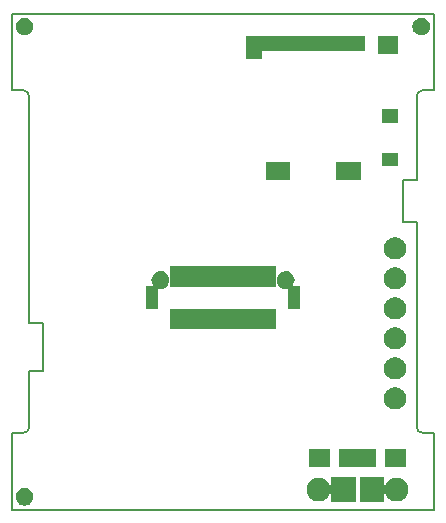
<source format=gbr>
%TF.GenerationSoftware,KiCad,Pcbnew,5.0.2-bee76a0~70~ubuntu18.04.1*%
%TF.CreationDate,2020-02-29T17:30:31-08:00*%
%TF.ProjectId,base,62617365-2e6b-4696-9361-645f70636258,rev?*%
%TF.SameCoordinates,Original*%
%TF.FileFunction,Soldermask,Bot*%
%TF.FilePolarity,Negative*%
%FSLAX46Y46*%
G04 Gerber Fmt 4.6, Leading zero omitted, Abs format (unit mm)*
G04 Created by KiCad (PCBNEW 5.0.2-bee76a0~70~ubuntu18.04.1) date Sat 29 Feb 2020 05:30:31 PM PST*
%MOMM*%
%LPD*%
G01*
G04 APERTURE LIST*
%ADD10C,0.150000*%
%ADD11C,0.100000*%
G04 APERTURE END LIST*
D10*
X131000500Y-114280540D02*
X131000500Y-118280540D01*
X162651441Y-102162541D02*
X162651441Y-95050541D01*
X161502382Y-105714800D02*
X162651441Y-105714800D01*
X161502382Y-102162541D02*
X162651441Y-102162541D01*
X129851441Y-123050540D02*
G75*
G02X129351441Y-123550540I-500000J0D01*
G01*
X129351441Y-94550541D02*
G75*
G02X129851441Y-95050541I0J-500000D01*
G01*
X162651441Y-95050541D02*
G75*
G02X163151441Y-94550541I500000J0D01*
G01*
X163151441Y-123550540D02*
G75*
G02X162651441Y-123050540I0J500000D01*
G01*
X128351441Y-88050540D02*
X128351441Y-94550540D01*
X163151441Y-94550541D02*
X164151441Y-94550540D01*
X162651441Y-123050540D02*
X162651441Y-105714800D01*
X164151441Y-123550540D02*
X163151441Y-123550540D01*
X164151441Y-94550540D02*
X164151440Y-88050541D01*
X129851441Y-95050541D02*
X129851441Y-114280540D01*
X128351441Y-94550540D02*
X129351441Y-94550541D01*
X128351441Y-130050540D02*
X162651440Y-130050540D01*
X129851441Y-114280540D02*
X131000500Y-114280540D01*
X161502382Y-102162541D02*
X161502382Y-105714800D01*
X162651440Y-88050540D02*
X128351441Y-88050540D01*
X131000500Y-118280540D02*
X129851441Y-118280540D01*
X128351441Y-123550540D02*
X128351441Y-130050540D01*
X129351441Y-123550540D02*
X128351441Y-123550540D01*
X129851441Y-118280540D02*
X129851441Y-123050540D01*
X162651440Y-130050540D02*
X164151440Y-130050540D01*
X164151440Y-88050541D02*
X162651440Y-88050540D01*
X164151440Y-130050540D02*
X164151441Y-123550540D01*
D11*
G36*
X152313700Y-110612800D02*
X152287735Y-110810020D01*
X152211611Y-110993800D01*
X152090515Y-111151615D01*
X151932700Y-111272711D01*
X151748920Y-111348835D01*
X151551700Y-111374800D01*
X151354480Y-111348835D01*
X151170700Y-111272711D01*
X151012885Y-111151615D01*
X150891789Y-110993800D01*
X150815665Y-110810020D01*
X150789700Y-110612800D01*
X150815665Y-110415580D01*
X150891789Y-110231800D01*
X151012885Y-110073985D01*
X151170700Y-109952889D01*
X151551700Y-109850800D01*
X151748920Y-109876765D01*
X151932700Y-109952889D01*
X152090515Y-110073985D01*
X152211611Y-110231800D01*
X152287735Y-110415580D01*
X152313700Y-110612800D01*
G37*
G36*
X141712500Y-110612800D02*
X141686535Y-110810020D01*
X141610411Y-110993800D01*
X141489315Y-111151615D01*
X141331500Y-111272711D01*
X141147720Y-111348835D01*
X140950500Y-111374800D01*
X140753280Y-111348835D01*
X140569500Y-111272711D01*
X140411685Y-111151615D01*
X140290589Y-110993800D01*
X140214465Y-110810020D01*
X140188500Y-110612800D01*
X140214465Y-110415580D01*
X140290589Y-110231800D01*
X140411685Y-110073985D01*
X140569500Y-109952889D01*
X140950500Y-109850800D01*
X141147720Y-109876765D01*
X141331500Y-109952889D01*
X141489315Y-110073985D01*
X141610411Y-110231800D01*
X141686535Y-110415580D01*
X141712500Y-110612800D01*
G37*
G36*
X129668767Y-128228822D02*
X129805258Y-128285359D01*
X129928097Y-128367437D01*
X130032563Y-128471903D01*
X130114641Y-128594742D01*
X130171178Y-128731233D01*
X130200000Y-128876131D01*
X130200000Y-129023869D01*
X130171178Y-129168767D01*
X130114641Y-129305258D01*
X130032563Y-129428097D01*
X129928097Y-129532563D01*
X129805258Y-129614641D01*
X129668767Y-129671178D01*
X129523869Y-129700000D01*
X129376131Y-129700000D01*
X129231233Y-129671178D01*
X129094742Y-129614641D01*
X128971903Y-129532563D01*
X128867437Y-129428097D01*
X128785359Y-129305258D01*
X128728822Y-129168767D01*
X128700000Y-129023869D01*
X128700000Y-128876131D01*
X128728822Y-128731233D01*
X128785359Y-128594742D01*
X128867437Y-128471903D01*
X128971903Y-128367437D01*
X129094742Y-128285359D01*
X129231233Y-128228822D01*
X129376131Y-128200000D01*
X129523869Y-128200000D01*
X129668767Y-128228822D01*
X129668767Y-128228822D01*
G37*
G36*
X157476200Y-129365200D02*
X155423800Y-129365200D01*
X155423800Y-128626466D01*
X155422849Y-128616809D01*
X155420032Y-128607523D01*
X155415458Y-128598965D01*
X155409302Y-128591464D01*
X155401801Y-128585308D01*
X155393243Y-128580734D01*
X155383957Y-128577917D01*
X155374300Y-128576966D01*
X155364643Y-128577917D01*
X155355357Y-128580734D01*
X155346799Y-128585308D01*
X155339298Y-128591464D01*
X155333142Y-128598965D01*
X155328568Y-128607523D01*
X155325751Y-128616809D01*
X155322340Y-128633956D01*
X155246114Y-128817983D01*
X155135451Y-128983603D01*
X154994603Y-129124451D01*
X154828983Y-129235114D01*
X154706298Y-129285931D01*
X154644957Y-129311340D01*
X154547275Y-129330770D01*
X154449595Y-129350200D01*
X154250405Y-129350200D01*
X154152725Y-129330770D01*
X154055043Y-129311340D01*
X153993702Y-129285931D01*
X153871017Y-129235114D01*
X153705397Y-129124451D01*
X153564549Y-128983603D01*
X153453886Y-128817983D01*
X153377660Y-128633956D01*
X153338800Y-128438595D01*
X153338800Y-128239405D01*
X153377660Y-128044044D01*
X153453886Y-127860017D01*
X153564549Y-127694397D01*
X153705397Y-127553549D01*
X153871017Y-127442886D01*
X153993702Y-127392069D01*
X154055043Y-127366660D01*
X154152725Y-127347230D01*
X154250405Y-127327800D01*
X154449595Y-127327800D01*
X154547275Y-127347230D01*
X154644957Y-127366660D01*
X154706298Y-127392069D01*
X154828983Y-127442886D01*
X154994603Y-127553549D01*
X155135451Y-127694397D01*
X155246114Y-127860017D01*
X155296931Y-127982702D01*
X155322340Y-128044043D01*
X155325751Y-128061191D01*
X155328568Y-128070477D01*
X155333142Y-128079035D01*
X155339298Y-128086536D01*
X155346799Y-128092692D01*
X155355357Y-128097266D01*
X155364643Y-128100083D01*
X155374300Y-128101034D01*
X155383957Y-128100083D01*
X155393243Y-128097266D01*
X155401801Y-128092692D01*
X155409302Y-128086536D01*
X155415458Y-128079035D01*
X155420032Y-128070477D01*
X155422849Y-128061191D01*
X155423800Y-128051534D01*
X155423800Y-127312800D01*
X157476200Y-127312800D01*
X157476200Y-129365200D01*
X157476200Y-129365200D01*
G37*
G36*
X159876200Y-128051534D02*
X159877151Y-128061191D01*
X159879968Y-128070477D01*
X159884542Y-128079035D01*
X159890698Y-128086536D01*
X159898199Y-128092692D01*
X159906757Y-128097266D01*
X159916043Y-128100083D01*
X159925700Y-128101034D01*
X159935357Y-128100083D01*
X159944643Y-128097266D01*
X159953201Y-128092692D01*
X159960702Y-128086536D01*
X159966858Y-128079035D01*
X159971432Y-128070477D01*
X159974249Y-128061191D01*
X159977660Y-128044043D01*
X160003069Y-127982702D01*
X160053886Y-127860017D01*
X160164549Y-127694397D01*
X160305397Y-127553549D01*
X160471017Y-127442886D01*
X160593702Y-127392069D01*
X160655043Y-127366660D01*
X160752725Y-127347230D01*
X160850405Y-127327800D01*
X161049595Y-127327800D01*
X161147275Y-127347230D01*
X161244957Y-127366660D01*
X161306298Y-127392069D01*
X161428983Y-127442886D01*
X161594603Y-127553549D01*
X161735451Y-127694397D01*
X161846114Y-127860017D01*
X161922340Y-128044044D01*
X161961200Y-128239405D01*
X161961200Y-128438595D01*
X161922340Y-128633956D01*
X161846114Y-128817983D01*
X161735451Y-128983603D01*
X161594603Y-129124451D01*
X161428983Y-129235114D01*
X161306298Y-129285931D01*
X161244957Y-129311340D01*
X161147275Y-129330770D01*
X161049595Y-129350200D01*
X160850405Y-129350200D01*
X160752725Y-129330770D01*
X160655043Y-129311340D01*
X160593702Y-129285931D01*
X160471017Y-129235114D01*
X160305397Y-129124451D01*
X160164549Y-128983603D01*
X160053886Y-128817983D01*
X159977660Y-128633956D01*
X159974249Y-128616809D01*
X159971432Y-128607523D01*
X159966858Y-128598965D01*
X159960702Y-128591464D01*
X159953201Y-128585308D01*
X159944643Y-128580734D01*
X159935357Y-128577917D01*
X159925700Y-128576966D01*
X159916043Y-128577917D01*
X159906757Y-128580734D01*
X159898199Y-128585308D01*
X159890698Y-128591464D01*
X159884542Y-128598965D01*
X159879968Y-128607523D01*
X159877151Y-128616809D01*
X159876200Y-128626466D01*
X159876200Y-129365200D01*
X157823800Y-129365200D01*
X157823800Y-127312800D01*
X159876200Y-127312800D01*
X159876200Y-128051534D01*
X159876200Y-128051534D01*
G37*
G36*
X161726200Y-126440200D02*
X159973800Y-126440200D01*
X159973800Y-124887800D01*
X161726200Y-124887800D01*
X161726200Y-126440200D01*
X161726200Y-126440200D01*
G37*
G36*
X155326200Y-126440200D02*
X153573800Y-126440200D01*
X153573800Y-124887800D01*
X155326200Y-124887800D01*
X155326200Y-126440200D01*
X155326200Y-126440200D01*
G37*
G36*
X159226200Y-126415200D02*
X156073800Y-126415200D01*
X156073800Y-124912800D01*
X159226200Y-124912800D01*
X159226200Y-126415200D01*
X159226200Y-126415200D01*
G37*
G36*
X161094230Y-119720916D02*
X161151240Y-119744531D01*
X161265262Y-119791760D01*
X161367879Y-119860327D01*
X161419188Y-119894610D01*
X161550090Y-120025512D01*
X161584373Y-120076821D01*
X161652940Y-120179438D01*
X161723784Y-120350471D01*
X161759900Y-120532038D01*
X161759900Y-120717162D01*
X161723784Y-120898729D01*
X161652940Y-121069762D01*
X161584373Y-121172379D01*
X161550090Y-121223688D01*
X161419188Y-121354590D01*
X161367879Y-121388873D01*
X161265262Y-121457440D01*
X161151240Y-121504669D01*
X161094230Y-121528284D01*
X160912662Y-121564400D01*
X160727538Y-121564400D01*
X160545970Y-121528284D01*
X160488960Y-121504669D01*
X160374938Y-121457440D01*
X160272321Y-121388873D01*
X160221012Y-121354590D01*
X160090110Y-121223688D01*
X160055827Y-121172379D01*
X159987260Y-121069762D01*
X159916416Y-120898729D01*
X159880300Y-120717162D01*
X159880300Y-120532038D01*
X159916416Y-120350471D01*
X159987260Y-120179438D01*
X160055827Y-120076821D01*
X160090110Y-120025512D01*
X160221012Y-119894610D01*
X160272321Y-119860327D01*
X160374938Y-119791760D01*
X160488960Y-119744531D01*
X160545970Y-119720916D01*
X160727538Y-119684800D01*
X160912662Y-119684800D01*
X161094230Y-119720916D01*
X161094230Y-119720916D01*
G37*
G36*
X161094230Y-117180916D02*
X161151240Y-117204531D01*
X161265262Y-117251760D01*
X161367879Y-117320327D01*
X161419188Y-117354610D01*
X161550090Y-117485512D01*
X161584373Y-117536821D01*
X161652940Y-117639438D01*
X161723784Y-117810471D01*
X161759900Y-117992038D01*
X161759900Y-118177162D01*
X161723784Y-118358729D01*
X161652940Y-118529762D01*
X161584373Y-118632379D01*
X161550090Y-118683688D01*
X161419188Y-118814590D01*
X161367879Y-118848873D01*
X161265262Y-118917440D01*
X161151240Y-118964669D01*
X161094230Y-118988284D01*
X160912662Y-119024400D01*
X160727538Y-119024400D01*
X160545970Y-118988284D01*
X160488960Y-118964669D01*
X160374938Y-118917440D01*
X160272321Y-118848873D01*
X160221012Y-118814590D01*
X160090110Y-118683688D01*
X160055827Y-118632379D01*
X159987260Y-118529762D01*
X159916416Y-118358729D01*
X159880300Y-118177162D01*
X159880300Y-117992038D01*
X159916416Y-117810471D01*
X159987260Y-117639438D01*
X160055827Y-117536821D01*
X160090110Y-117485512D01*
X160221012Y-117354610D01*
X160272321Y-117320327D01*
X160374938Y-117251760D01*
X160488960Y-117204531D01*
X160545970Y-117180916D01*
X160727538Y-117144800D01*
X160912662Y-117144800D01*
X161094230Y-117180916D01*
X161094230Y-117180916D01*
G37*
G36*
X161094230Y-114640916D02*
X161151240Y-114664531D01*
X161265262Y-114711760D01*
X161367879Y-114780327D01*
X161419188Y-114814610D01*
X161550090Y-114945512D01*
X161584373Y-114996821D01*
X161652940Y-115099438D01*
X161723784Y-115270471D01*
X161759900Y-115452038D01*
X161759900Y-115637162D01*
X161723784Y-115818729D01*
X161652940Y-115989762D01*
X161584373Y-116092379D01*
X161550090Y-116143688D01*
X161419188Y-116274590D01*
X161367879Y-116308873D01*
X161265262Y-116377440D01*
X161151240Y-116424669D01*
X161094230Y-116448284D01*
X160912662Y-116484400D01*
X160727538Y-116484400D01*
X160545970Y-116448284D01*
X160488960Y-116424669D01*
X160374938Y-116377440D01*
X160272321Y-116308873D01*
X160221012Y-116274590D01*
X160090110Y-116143688D01*
X160055827Y-116092379D01*
X159987260Y-115989762D01*
X159916416Y-115818729D01*
X159880300Y-115637162D01*
X159880300Y-115452038D01*
X159916416Y-115270471D01*
X159987260Y-115099438D01*
X160055827Y-114996821D01*
X160090110Y-114945512D01*
X160221012Y-114814610D01*
X160272321Y-114780327D01*
X160374938Y-114711760D01*
X160488960Y-114664531D01*
X160545970Y-114640916D01*
X160727538Y-114604800D01*
X160912662Y-114604800D01*
X161094230Y-114640916D01*
X161094230Y-114640916D01*
G37*
G36*
X150727300Y-114787700D02*
X141774900Y-114787700D01*
X141774900Y-113035300D01*
X150727300Y-113035300D01*
X150727300Y-114787700D01*
X150727300Y-114787700D01*
G37*
G36*
X161094230Y-112100916D02*
X161151240Y-112124531D01*
X161265262Y-112171760D01*
X161367879Y-112240327D01*
X161419188Y-112274610D01*
X161550090Y-112405512D01*
X161584373Y-112456821D01*
X161652940Y-112559438D01*
X161723784Y-112730471D01*
X161759900Y-112912038D01*
X161759900Y-113097162D01*
X161723784Y-113278729D01*
X161652940Y-113449762D01*
X161584373Y-113552379D01*
X161550090Y-113603688D01*
X161419188Y-113734590D01*
X161367879Y-113768873D01*
X161265262Y-113837440D01*
X161151240Y-113884669D01*
X161094230Y-113908284D01*
X160912662Y-113944400D01*
X160727538Y-113944400D01*
X160545970Y-113908284D01*
X160488960Y-113884669D01*
X160374938Y-113837440D01*
X160272321Y-113768873D01*
X160221012Y-113734590D01*
X160090110Y-113603688D01*
X160055827Y-113552379D01*
X159987260Y-113449762D01*
X159916416Y-113278729D01*
X159880300Y-113097162D01*
X159880300Y-112912038D01*
X159916416Y-112730471D01*
X159987260Y-112559438D01*
X160055827Y-112456821D01*
X160090110Y-112405512D01*
X160221012Y-112274610D01*
X160272321Y-112240327D01*
X160374938Y-112171760D01*
X160488960Y-112124531D01*
X160545970Y-112100916D01*
X160727538Y-112064800D01*
X160912662Y-112064800D01*
X161094230Y-112100916D01*
X161094230Y-112100916D01*
G37*
G36*
X140777300Y-113087600D02*
X139724900Y-113087600D01*
X139724900Y-111135200D01*
X140777300Y-111135200D01*
X140777300Y-113087600D01*
X140777300Y-113087600D01*
G37*
G36*
X152777300Y-113087600D02*
X151724900Y-113087600D01*
X151724900Y-111135200D01*
X152777300Y-111135200D01*
X152777300Y-113087600D01*
X152777300Y-113087600D01*
G37*
G36*
X161094230Y-109560916D02*
X161151240Y-109584531D01*
X161265262Y-109631760D01*
X161367879Y-109700327D01*
X161419188Y-109734610D01*
X161550090Y-109865512D01*
X161584373Y-109916821D01*
X161652940Y-110019438D01*
X161723784Y-110190471D01*
X161759900Y-110372038D01*
X161759900Y-110557162D01*
X161723784Y-110738729D01*
X161652940Y-110909762D01*
X161584373Y-111012379D01*
X161550090Y-111063688D01*
X161419188Y-111194590D01*
X161367879Y-111228873D01*
X161265262Y-111297440D01*
X161151240Y-111344669D01*
X161094230Y-111368284D01*
X160912662Y-111404400D01*
X160727538Y-111404400D01*
X160545970Y-111368284D01*
X160488960Y-111344669D01*
X160374938Y-111297440D01*
X160272321Y-111228873D01*
X160221012Y-111194590D01*
X160090110Y-111063688D01*
X160055827Y-111012379D01*
X159987260Y-110909762D01*
X159916416Y-110738729D01*
X159880300Y-110557162D01*
X159880300Y-110372038D01*
X159916416Y-110190471D01*
X159987260Y-110019438D01*
X160055827Y-109916821D01*
X160090110Y-109865512D01*
X160221012Y-109734610D01*
X160272321Y-109700327D01*
X160374938Y-109631760D01*
X160488960Y-109584531D01*
X160545970Y-109560916D01*
X160727538Y-109524800D01*
X160912662Y-109524800D01*
X161094230Y-109560916D01*
X161094230Y-109560916D01*
G37*
G36*
X150727300Y-111187500D02*
X141774900Y-111187500D01*
X141774900Y-109435100D01*
X150727300Y-109435100D01*
X150727300Y-111187500D01*
X150727300Y-111187500D01*
G37*
G36*
X161094230Y-107020916D02*
X161151240Y-107044531D01*
X161265262Y-107091760D01*
X161367879Y-107160327D01*
X161419188Y-107194610D01*
X161550090Y-107325512D01*
X161584373Y-107376821D01*
X161652940Y-107479438D01*
X161723784Y-107650471D01*
X161759900Y-107832038D01*
X161759900Y-108017162D01*
X161723784Y-108198729D01*
X161652940Y-108369762D01*
X161584373Y-108472379D01*
X161550090Y-108523688D01*
X161419188Y-108654590D01*
X161367879Y-108688873D01*
X161265262Y-108757440D01*
X161151240Y-108804669D01*
X161094230Y-108828284D01*
X160912662Y-108864400D01*
X160727538Y-108864400D01*
X160545970Y-108828284D01*
X160488960Y-108804669D01*
X160374938Y-108757440D01*
X160272321Y-108688873D01*
X160221012Y-108654590D01*
X160090110Y-108523688D01*
X160055827Y-108472379D01*
X159987260Y-108369762D01*
X159916416Y-108198729D01*
X159880300Y-108017162D01*
X159880300Y-107832038D01*
X159916416Y-107650471D01*
X159987260Y-107479438D01*
X160055827Y-107376821D01*
X160090110Y-107325512D01*
X160221012Y-107194610D01*
X160272321Y-107160327D01*
X160374938Y-107091760D01*
X160488960Y-107044531D01*
X160545970Y-107020916D01*
X160727538Y-106984800D01*
X160912662Y-106984800D01*
X161094230Y-107020916D01*
X161094230Y-107020916D01*
G37*
G36*
X157919700Y-102130100D02*
X155867300Y-102130100D01*
X155867300Y-100627700D01*
X157919700Y-100627700D01*
X157919700Y-102130100D01*
X157919700Y-102130100D01*
G37*
G36*
X151949700Y-102130100D02*
X149897300Y-102130100D01*
X149897300Y-100627700D01*
X151949700Y-100627700D01*
X151949700Y-102130100D01*
X151949700Y-102130100D01*
G37*
G36*
X161069700Y-100980100D02*
X159717300Y-100980100D01*
X159717300Y-99827700D01*
X161069700Y-99827700D01*
X161069700Y-100980100D01*
X161069700Y-100980100D01*
G37*
G36*
X161069700Y-97280100D02*
X159717300Y-97280100D01*
X159717300Y-96127700D01*
X161069700Y-96127700D01*
X161069700Y-97280100D01*
X161069700Y-97280100D01*
G37*
G36*
X158259700Y-91180100D02*
X149609200Y-91180100D01*
X149599543Y-91181051D01*
X149590257Y-91183868D01*
X149581699Y-91188442D01*
X149574198Y-91194598D01*
X149568042Y-91202099D01*
X149563468Y-91210657D01*
X149560651Y-91219943D01*
X149559700Y-91229600D01*
X149559700Y-91880100D01*
X148237300Y-91880100D01*
X148237300Y-89927700D01*
X158259700Y-89927700D01*
X158259700Y-91180100D01*
X158259700Y-91180100D01*
G37*
G36*
X161069700Y-91430100D02*
X159367300Y-91430100D01*
X159367300Y-89927700D01*
X161069700Y-89927700D01*
X161069700Y-91430100D01*
X161069700Y-91430100D01*
G37*
G36*
X163268767Y-88428822D02*
X163405258Y-88485359D01*
X163528097Y-88567437D01*
X163632563Y-88671903D01*
X163714641Y-88794742D01*
X163771178Y-88931233D01*
X163800000Y-89076131D01*
X163800000Y-89223869D01*
X163771178Y-89368767D01*
X163714641Y-89505258D01*
X163632563Y-89628097D01*
X163528097Y-89732563D01*
X163405258Y-89814641D01*
X163268767Y-89871178D01*
X163123869Y-89900000D01*
X162976131Y-89900000D01*
X162831233Y-89871178D01*
X162694742Y-89814641D01*
X162571903Y-89732563D01*
X162467437Y-89628097D01*
X162385359Y-89505258D01*
X162328822Y-89368767D01*
X162300000Y-89223869D01*
X162300000Y-89076131D01*
X162328822Y-88931233D01*
X162385359Y-88794742D01*
X162467437Y-88671903D01*
X162571903Y-88567437D01*
X162694742Y-88485359D01*
X162831233Y-88428822D01*
X162976131Y-88400000D01*
X163123869Y-88400000D01*
X163268767Y-88428822D01*
X163268767Y-88428822D01*
G37*
G36*
X129668767Y-88428822D02*
X129805258Y-88485359D01*
X129928097Y-88567437D01*
X130032563Y-88671903D01*
X130114641Y-88794742D01*
X130171178Y-88931233D01*
X130200000Y-89076131D01*
X130200000Y-89223869D01*
X130171178Y-89368767D01*
X130114641Y-89505258D01*
X130032563Y-89628097D01*
X129928097Y-89732563D01*
X129805258Y-89814641D01*
X129668767Y-89871178D01*
X129523869Y-89900000D01*
X129376131Y-89900000D01*
X129231233Y-89871178D01*
X129094742Y-89814641D01*
X128971903Y-89732563D01*
X128867437Y-89628097D01*
X128785359Y-89505258D01*
X128728822Y-89368767D01*
X128700000Y-89223869D01*
X128700000Y-89076131D01*
X128728822Y-88931233D01*
X128785359Y-88794742D01*
X128867437Y-88671903D01*
X128971903Y-88567437D01*
X129094742Y-88485359D01*
X129231233Y-88428822D01*
X129376131Y-88400000D01*
X129523869Y-88400000D01*
X129668767Y-88428822D01*
X129668767Y-88428822D01*
G37*
M02*

</source>
